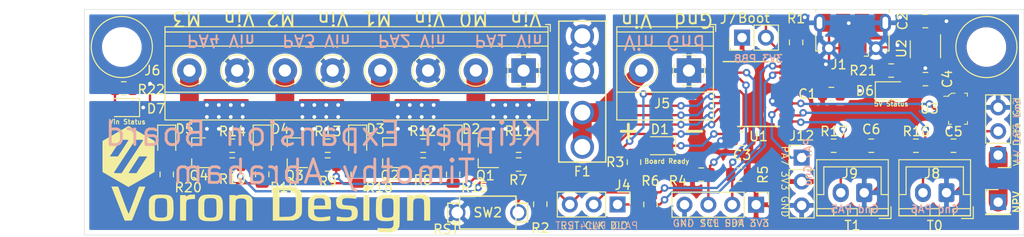
<source format=kicad_pcb>
(kicad_pcb (version 20171130) (host pcbnew "(5.1.5)-3")
  (title_block (rev B))
  (layers (0 F.Cu signal) (31 B.Cu signal) (34 B.Paste user) (35 F.Paste user) (36 B.SilkS user hide) (37 F.SilkS user) (38 B.Mask user) (39 F.Mask user hide) (44 Edge.Cuts user))
  (net 0 "")
  (net 1 +3V3)
  (net 2 GND)
  (net 3 "Net-(D1-Pad2)")
  (net 4 /SCL)
  (net 5 /SDA)
  (net 6 /D+)
  (net 7 /D-)
  (net 8 /~RESET)
  (net 9 /SWDCLK)
  (net 10 /SWDIO)
  (net 11 /BOOT0)
  (net 12 /Mosfet3)
  (net 13 /Mosfet2)
  (net 14 /Mosfet1)
  (net 15 /Mosfet0)
  (net 16 PWM0)
  (net 17 PWM1)
  (net 18 PWM2)
  (net 19 PWM3)
  (net 20 /LED)
  (net 21 /Vin)
  (net 22 "Net-(Q1-Pad1)")
  (net 23 "Net-(Q2-Pad1)")
  (net 24 "Net-(Q3-Pad1)")
  (net 25 "Net-(Q4-Pad1)")
  (net 26 "Net-(F1-Pad2)")
  (net 27 T0)
  (net 28 T1)
  (net 29 Neopixel)
  (net 30 GPIO)
  (net 31 VCC)
  (net 32 "Net-(J10-Pad1)")
  (net 33 "Net-(J11-Pad2)")
  (net 34 "Net-(D2-Pad2)")
  (net 35 "Net-(D3-Pad2)")
  (net 36 "Net-(D4-Pad2)")
  (net 37 "Net-(D5-Pad2)")
  (net 38 "Net-(D6-Pad2)")
  (net 39 "Net-(D7-Pad2)")
  (module digikey-footprints:SOT-753 (layer F.Cu) (at 192.978 86.564 270)
    (fp_text reference U3 (at 0 3.048 180) (layer F.SilkS))
    (fp_text value 74LVC1G17)
    (pad 1 smd rect (at -0.95 1.35 270) (size 0.6 1.05) (layers F.Cu F.Paste F.Mask))
    (pad 2 smd rect (at 0 1.35 270) (size 0.6 1.05) (layers F.Cu F.Paste F.Mask) (net 29 Neopixel))
    (pad 3 smd rect (at 0.95 1.35 270) (size 0.6 1.05) (layers F.Cu F.Paste F.Mask) (net 2 GND))
    (pad 4 smd rect (at 0.95 -1.35 270) (size 0.6 1.05) (layers F.Cu F.Paste F.Mask) (net 33 "Net-(J11-Pad2)"))
    (pad 5 smd rect (at -0.95 -1.35 270) (size 0.6 1.05) (layers F.Cu F.Paste F.Mask) (net 31 VCC))
  )
  (module Resistor_SMD:R_0805_2012Metric (layer F.Cu) (at 104.205 84.405)
    (fp_text reference R22 (at 2.921 0.127) (layer F.SilkS))
    (fp_text value 4.7K)
    (pad 2 smd roundrect (at 0.9375 0) (size 0.975 1.4) (layers F.Cu F.Paste F.Mask) (net 21 /Vin))
    (pad 1 smd roundrect (at -0.9375 0) (size 0.975 1.4) (layers F.Cu F.Paste F.Mask) (net 39 "Net-(D7-Pad2)"))
  )
  (module Resistor_SMD:R_0805_2012Metric (layer F.Cu) (at 185.866 82.5 180)
    (fp_text reference R21 (at 2.9995 0) (layer F.SilkS))
    (fp_text value 1K)
    (pad 2 smd roundrect (at 0.9375 0 180) (size 0.975 1.4) (layers F.Cu F.Paste F.Mask) (net 31 VCC))
    (pad 1 smd roundrect (at -0.9375 0 180) (size 0.975 1.4) (layers F.Cu F.Paste F.Mask) (net 38 "Net-(D6-Pad2)"))
  )
  (module Connector_PinHeader_2.54mm:PinHeader_1x03_P2.54mm_Vertical (layer F.Cu) (at 176.341 91.771)
    (fp_text reference J12 (at 0 -2.33) (layer F.SilkS))
    (fp_text value Conn_01x03)
    (pad 3 thru_hole oval (at 0 5.08) (size 1.7 1.7) (drill 1) (layers *.Cu *.Mask) (net 2 GND))
    (pad 2 thru_hole oval (at 0 2.54) (size 1.7 1.7) (drill 1) (layers *.Cu *.Mask) (net 1 +3V3))
    (pad 1 thru_hole rect (at 0 0) (size 1.7 1.7) (drill 1) (layers *.Cu *.Mask) (net 30 GPIO))
  )
  (module LED_SMD:LED_0805_2012Metric (layer F.Cu) (at 104.205 86.437 180)
    (fp_text reference D7 (at -3.429 -0.127) (layer F.SilkS))
    (fp_text value LED)
    (pad 2 smd roundrect (at 0.9375 0 180) (size 0.975 1.4) (layers F.Cu F.Paste F.Mask) (net 39 "Net-(D7-Pad2)"))
    (pad 1 smd roundrect (at -0.9375 0 180) (size 0.975 1.4) (layers F.Cu F.Paste F.Mask) (net 2 GND))
  )
  (module LED_SMD:LED_0805_2012Metric (layer F.Cu) (at 185.866 84.659)
    (fp_text reference D6 (at -2.794 0) (layer F.SilkS))
    (fp_text value LED)
    (pad 2 smd roundrect (at 0.9375 0) (size 0.975 1.4) (layers F.Cu F.Paste F.Mask) (net 38 "Net-(D6-Pad2)"))
    (pad 1 smd roundrect (at -0.9375 0) (size 0.975 1.4) (layers F.Cu F.Paste F.Mask) (net 2 GND))
  )
  (module Resistor_SMD:R_0805_2012Metric (layer F.Cu) (at 108.777 93.549 90)
    (fp_text reference R20 (at -1.397 2.286 180) (layer F.SilkS))
    (fp_text value 4.7K)
    (pad 1 smd roundrect (at -0.9375 0 90) (size 0.975 1.4) (layers F.Cu F.Paste F.Mask) (net 21 /Vin))
    (pad 2 smd roundrect (at 0.9375 0 90) (size 0.975 1.4) (layers F.Cu F.Paste F.Mask) (net 37 "Net-(D5-Pad2)"))
  )
  (module LED_SMD:LED_0805_2012Metric (layer F.Cu) (at 108.777 89.993 270)
    (fp_text reference D5 (at -1.27 -1.905 180) (layer F.SilkS))
    (fp_text value LED)
    (pad 1 smd roundrect (at -0.9375 0 270) (size 0.975 1.4) (layers F.Cu F.Paste F.Mask) (net 12 /Mosfet3))
    (pad 2 smd roundrect (at 0.9375 0 270) (size 0.975 1.4) (layers F.Cu F.Paste F.Mask) (net 37 "Net-(D5-Pad2)"))
  )
  (module Resistor_SMD:R_0805_2012Metric (layer F.Cu) (at 118.937 93.549 90)
    (fp_text reference R19 (at -1.397 2.286 180) (layer F.SilkS))
    (fp_text value 4.7K)
    (pad 1 smd roundrect (at -0.9375 0 90) (size 0.975 1.4) (layers F.Cu F.Paste F.Mask) (net 21 /Vin))
    (pad 2 smd roundrect (at 0.9375 0 90) (size 0.975 1.4) (layers F.Cu F.Paste F.Mask) (net 36 "Net-(D4-Pad2)"))
  )
  (module LED_SMD:LED_0805_2012Metric (layer F.Cu) (at 118.937 89.993 270)
    (fp_text reference D4 (at -1.27 -1.905 180) (layer F.SilkS))
    (fp_text value LED)
    (pad 1 smd roundrect (at -0.9375 0 270) (size 0.975 1.4) (layers F.Cu F.Paste F.Mask) (net 13 /Mosfet2))
    (pad 2 smd roundrect (at 0.9375 0 270) (size 0.975 1.4) (layers F.Cu F.Paste F.Mask) (net 36 "Net-(D4-Pad2)"))
  )
  (module Resistor_SMD:R_0805_2012Metric (layer F.Cu) (at 129.097 93.549 90)
    (fp_text reference R18 (at -1.397 2.286 180) (layer F.SilkS))
    (fp_text value 4.7K)
    (pad 1 smd roundrect (at -0.9375 0 90) (size 0.975 1.4) (layers F.Cu F.Paste F.Mask) (net 21 /Vin))
    (pad 2 smd roundrect (at 0.9375 0 90) (size 0.975 1.4) (layers F.Cu F.Paste F.Mask) (net 35 "Net-(D3-Pad2)"))
  )
  (module LED_SMD:LED_0805_2012Metric (layer F.Cu) (at 129.097 89.993 270)
    (fp_text reference D3 (at -1.27 -1.905 180) (layer F.SilkS))
    (fp_text value LED)
    (pad 1 smd roundrect (at -0.9375 0 270) (size 0.975 1.4) (layers F.Cu F.Paste F.Mask) (net 14 /Mosfet1))
    (pad 2 smd roundrect (at 0.9375 0 270) (size 0.975 1.4) (layers F.Cu F.Paste F.Mask) (net 35 "Net-(D3-Pad2)"))
  )
  (module Resistor_SMD:R_0805_2012Metric (layer F.Cu) (at 139.257 93.549 90)
    (fp_text reference R15 (at -1.397 2.286 180) (layer F.SilkS))
    (fp_text value 4.7K)
    (pad 2 smd roundrect (at 0.9375 0 90) (size 0.975 1.4) (layers F.Cu F.Paste F.Mask) (net 34 "Net-(D2-Pad2)"))
    (pad 1 smd roundrect (at -0.9375 0 90) (size 0.975 1.4) (layers F.Cu F.Paste F.Mask) (net 21 /Vin))
  )
  (module LED_SMD:LED_0805_2012Metric (layer F.Cu) (at 139.257 89.993 270)
    (fp_text reference D2 (at -1.27 -1.905 180) (layer F.SilkS))
    (fp_text value LED)
    (pad 2 smd roundrect (at 0.9375 0 270) (size 0.975 1.4) (layers F.Cu F.Paste F.Mask) (net 34 "Net-(D2-Pad2)"))
    (pad 1 smd roundrect (at -0.9375 0 270) (size 0.975 1.4) (layers F.Cu F.Paste F.Mask) (net 15 /Mosfet0))
  )
  (module Connector_PinHeader_2.54mm:PinHeader_1x02_P2.54mm_Vertical (layer F.Cu) (at 170 79 90)
    (fp_text reference J7 (at 2 -1.5 180) (layer F.SilkS))
    (fp_text value Conn_01x02)
    (pad 2 thru_hole oval (at 0 2.54 90) (size 1.7 1.7) (drill 1) (layers *.Cu *.Mask) (net 11 /BOOT0))
    (pad 1 thru_hole rect (at 0 0 90) (size 1.7 1.7) (drill 1) (layers *.Cu *.Mask) (net 1 +3V3))
  )
  (module TRA_KiCad_Footprints:Molex-105017-0001-USBMicroB (layer F.Cu) (at 181.742 78.659 180)
    (fp_text reference J1 (at 1.464 -3.206 180) (layer F.SilkS))
    (fp_text value USB_B_Micro)
    (pad 6 smd rect (at -2.9 1.2375 180) (size 1.2 1.9) (layers F.Cu F.Mask) (net 2 GND))
    (pad 6 smd rect (at 2.9 1.2375 180) (size 1.2 1.9) (layers F.Cu F.Mask) (net 2 GND))
    (pad 6 thru_hole oval (at 3.5 1.2375 180) (size 1.2 1.9) (drill oval 0.6 1.3) (layers *.Cu *.Mask) (net 2 GND))
    (pad 6 thru_hole oval (at -3.5 1.2375) (size 1.2 1.9) (drill oval 0.6 1.3) (layers *.Cu *.Mask) (net 2 GND))
    (pad 6 smd rect (at -1 1.2375 180) (size 1.5 1.9) (layers F.Cu F.Paste F.Mask) (net 2 GND))
    (pad 6 thru_hole circle (at 2.5 -1.4625 180) (size 1.45 1.45) (drill 0.85) (layers *.Cu *.Mask) (net 2 GND))
    (pad 3 smd rect (at 0 -1.4625 180) (size 0.4 1.35) (layers F.Cu F.Paste F.Mask) (net 6 /D+))
    (pad 4 smd rect (at 0.65 -1.4625 180) (size 0.4 1.35) (layers F.Cu F.Paste F.Mask) (net 2 GND))
    (pad 5 smd rect (at 1.3 -1.4625 180) (size 0.4 1.35) (layers F.Cu F.Paste F.Mask) (net 2 GND))
    (pad 1 smd rect (at -1.3 -1.4625 180) (size 0.4 1.35) (layers F.Cu F.Paste F.Mask) (net 31 VCC))
    (pad 2 smd rect (at -0.65 -1.4625 180) (size 0.4 1.35) (layers F.Cu F.Paste F.Mask) (net 7 /D-))
    (pad 6 thru_hole circle (at -2.5 -1.4625 180) (size 1.45 1.45) (drill 0.85) (layers *.Cu *.Mask) (net 2 GND))
    (pad 6 smd rect (at 1 1.2375 180) (size 1.5 1.9) (layers F.Cu F.Paste F.Mask) (net 2 GND))
  )
  (module TRA_KiCad_Footprints:VoronLogo_6pt5mm_silkScreen (layer F.Cu) (at 104.713 91.644)
    (fp_text reference G*** hide)
    (fp_text value LOGO hide)
  )
  (module TRA_KiCad_Footprints:VoronDesign_Text_35x20 (layer F.Cu) (at 119.953 96.597)
    (fp_text reference G*** hide)
    (fp_text value LOGO hide)
  )
  (module Connector_PinHeader_2.54mm:PinHeader_1x01_P2.54mm_Vertical (layer F.Cu) (at 197.25 96.5)
    (fp_text reference J10 hide)
    (fp_text value Conn_01x01)
    (pad 1 thru_hole rect (at 0 0) (size 1.7 1.7) (drill 1) (layers *.Cu *.Mask) (net 32 "Net-(J10-Pad1)"))
  )
  (module Resistor_SMD:R_0805_2012Metric (layer F.Cu) (at 179.75 90.5 180)
    (fp_text reference R17 (at -0.02 1.523) (layer F.SilkS))
    (fp_text value 4.7K)
    (pad 2 smd roundrect (at 0.9375 0 180) (size 0.975 1.4) (layers F.Cu F.Paste F.Mask) (net 1 +3V3))
    (pad 1 smd roundrect (at -0.9375 0 180) (size 0.975 1.4) (layers F.Cu F.Paste F.Mask) (net 28 T1))
  )
  (module Capacitor_SMD:C_0805_2012Metric (layer F.Cu) (at 183.75 90.5 180)
    (fp_text reference C6 (at 0 1.75) (layer F.SilkS))
    (fp_text value 10uF)
    (pad 2 smd roundrect (at 0.9375 0 180) (size 0.975 1.4) (layers F.Cu F.Paste F.Mask) (net 28 T1))
    (pad 1 smd roundrect (at -0.9375 0 180) (size 0.975 1.4) (layers F.Cu F.Paste F.Mask) (net 2 GND))
  )
  (module Connector_JST:JST_XH_B02B-XH-A_1x02_P2.50mm_Vertical (layer F.Cu) (at 183 95.5 180)
    (fp_text reference J9 (at 1.524 2.032) (layer F.SilkS))
    (fp_text value Conn_01x02)
    (pad 2 thru_hole oval (at 2.5 0 180) (size 1.7 2) (drill 1) (layers *.Cu *.Mask) (net 28 T1))
    (pad 1 thru_hole roundrect (at 0 0 180) (size 1.7 2) (drill 1) (layers *.Cu *.Mask) (roundrect_rratio 0.147059) (net 2 GND))
  )
  (module Resistor_SMD:R_0805_2012Metric (layer F.Cu) (at 146.226 90.5 180)
    (fp_text reference R11 (at 0.044 1.554) (layer F.SilkS))
    (fp_text value 10K)
    (pad 1 smd roundrect (at -0.9375 0 180) (size 0.975 1.4) (layers F.Cu F.Paste F.Mask) (net 16 PWM0))
    (pad 2 smd roundrect (at 0.9375 0 180) (size 0.975 1.4) (layers F.Cu F.Paste F.Mask) (net 2 GND))
  )
  (module Resistor_SMD:R_0805_2012Metric (layer F.Cu) (at 146.226 92.5 180)
    (fp_text reference R7 (at 0.044 -1.653) (layer F.SilkS))
    (fp_text value 100)
    (pad 1 smd roundrect (at -0.9375 0 180) (size 0.975 1.4) (layers F.Cu F.Paste F.Mask) (net 16 PWM0))
    (pad 2 smd roundrect (at 0.9375 0 180) (size 0.975 1.4) (layers F.Cu F.Paste F.Mask) (net 22 "Net-(Q1-Pad1)"))
  )
  (module Resistor_SMD:R_0805_2012Metric (layer F.Cu) (at 136.066 90.5 180)
    (fp_text reference R12 (at 0.044 1.554) (layer F.SilkS))
    (fp_text value 10K)
    (pad 1 smd roundrect (at -0.9375 0 180) (size 0.975 1.4) (layers F.Cu F.Paste F.Mask) (net 17 PWM1))
    (pad 2 smd roundrect (at 0.9375 0 180) (size 0.975 1.4) (layers F.Cu F.Paste F.Mask) (net 2 GND))
  )
  (module Resistor_SMD:R_0805_2012Metric (layer F.Cu) (at 136.066 92.5 180)
    (fp_text reference R8 (at 0.044 -1.653) (layer F.SilkS))
    (fp_text value 100)
    (pad 1 smd roundrect (at -0.9375 0 180) (size 0.975 1.4) (layers F.Cu F.Paste F.Mask) (net 17 PWM1))
    (pad 2 smd roundrect (at 0.9375 0 180) (size 0.975 1.4) (layers F.Cu F.Paste F.Mask) (net 23 "Net-(Q2-Pad1)"))
  )
  (module Resistor_SMD:R_0805_2012Metric (layer F.Cu) (at 125.906 90.5 180)
    (fp_text reference R13 (at -0.016 1.523) (layer F.SilkS))
    (fp_text value 10K)
    (pad 1 smd roundrect (at -0.9375 0 180) (size 0.975 1.4) (layers F.Cu F.Paste F.Mask) (net 18 PWM2))
    (pad 2 smd roundrect (at 0.9375 0 180) (size 0.975 1.4) (layers F.Cu F.Paste F.Mask) (net 2 GND))
  )
  (module Resistor_SMD:R_0805_2012Metric (layer F.Cu) (at 125.906 92.5 180)
    (fp_text reference R9 (at -0.016 -1.811) (layer F.SilkS))
    (fp_text value 100)
    (pad 1 smd roundrect (at -0.9375 0 180) (size 0.975 1.4) (layers F.Cu F.Paste F.Mask) (net 18 PWM2))
    (pad 2 smd roundrect (at 0.9375 0 180) (size 0.975 1.4) (layers F.Cu F.Paste F.Mask) (net 24 "Net-(Q3-Pad1)"))
  )
  (module Resistor_SMD:R_0805_2012Metric (layer F.Cu) (at 148.528 96.724 90)
    (fp_text reference R2 (at -2.54 0 180) (layer F.SilkS))
    (fp_text value 10K)
    (pad 2 smd roundrect (at 0.9375 0 90) (size 0.975 1.4) (layers F.Cu F.Paste F.Mask) (net 8 /~RESET))
    (pad 1 smd roundrect (at -0.9375 0 90) (size 0.975 1.4) (layers F.Cu F.Paste F.Mask) (net 1 +3V3))
  )
  (module MountingHole:MountingHole_3.2mm_M3 (layer F.Cu) (at 196 80)
    (fp_text reference H1 (at 0 0) (layer F.SilkS))
    (fp_text value MountingHole)
    (pad 1 np_thru_hole circle (at 0 0) (size 3.2 3.2) (drill 3.2) (layers *.Cu *.Mask))
  )
  (module MountingHole:MountingHole_3.2mm_M3 (layer F.Cu) (at 104 80)
    (fp_text reference H2 (at 0 0) (layer F.SilkS))
    (fp_text value MountingHole)
    (pad 1 np_thru_hole circle (at 0 0) (size 3.2 3.2) (drill 3.2) (layers *.Cu *.Mask))
  )
  (module Capacitor_SMD:C_0805_2012Metric (layer F.Cu) (at 170 89.75)
    (fp_text reference C3 (at 0 1.75) (layer F.SilkS))
    (fp_text value 0.1uF)
    (pad 2 smd roundrect (at 0.9375 0) (size 0.975 1.4) (layers F.Cu F.Paste F.Mask) (net 1 +3V3))
    (pad 1 smd roundrect (at -0.9375 0) (size 0.975 1.4) (layers F.Cu F.Paste F.Mask) (net 2 GND))
  )
  (module Capacitor_SMD:C_0805_2012Metric (layer F.Cu) (at 189.509 83.414)
    (fp_text reference C4 (at 2.326 -0.025 -90) (layer F.SilkS))
    (fp_text value 4.7uF)
    (pad 2 smd roundrect (at 0.9375 0) (size 0.975 1.4) (layers F.Cu F.Paste F.Mask) (net 1 +3V3))
    (pad 1 smd roundrect (at -0.9375 0) (size 0.975 1.4) (layers F.Cu F.Paste F.Mask) (net 2 GND))
  )
  (module TRA_KiCad_Footprints:3544-2_FuseHolder (layer F.Cu) (at 153 84.74 270)
    (fp_text reference F1 (at 8.51 0 180) (layer F.SilkS))
    (fp_text value Fuse)
    (pad 1 thru_hole circle (at -5.895 0 270) (size 2.5 2.5) (drill 1.7) (layers *.Cu *.Mask) (net 21 /Vin))
    (pad 1 thru_hole circle (at -2.235 0 270) (size 2.5 2.5) (drill 1.7) (layers *.Cu *.Mask) (net 21 /Vin))
    (pad 2 thru_hole circle (at 2.235 0 270) (size 2.5 2.5) (drill 1.7) (layers *.Cu *.Mask) (net 26 "Net-(F1-Pad2)"))
    (pad 2 thru_hole circle (at 5.895 0 270) (size 2.5 2.5) (drill 1.7) (layers *.Cu *.Mask) (net 26 "Net-(F1-Pad2)"))
  )
  (module Resistor_SMD:R_0805_2012Metric (layer F.Cu) (at 115.746 92.5 180)
    (fp_text reference R10 (at -0.016 -1.557) (layer F.SilkS))
    (fp_text value 100)
    (pad 2 smd roundrect (at 0.9375 0 180) (size 0.975 1.4) (layers F.Cu F.Paste F.Mask) (net 25 "Net-(Q4-Pad1)"))
    (pad 1 smd roundrect (at -0.9375 0 180) (size 0.975 1.4) (layers F.Cu F.Paste F.Mask) (net 19 PWM3))
  )
  (module TRA_KiCad_Footprints:1x02_ScrewTerminal_Phoenix (layer F.Cu) (at 164.35 82.5 180)
    (fp_text reference J5 (at 2.85 -3.51) (layer F.SilkS))
    (fp_text value Vin)
    (pad 1 thru_hole rect (at 0 0 180) (size 2.6 2.6) (drill 1.3) (layers *.Cu *.Mask) (net 2 GND))
    (pad 2 thru_hole circle (at 5.08 0 180) (size 2.6 2.6) (drill 1.3) (layers *.Cu *.Mask) (net 26 "Net-(F1-Pad2)"))
  )
  (module LED_SMD:LED_0805_2012Metric (layer F.Cu) (at 161.25 90.5 180)
    (fp_text reference D1 (at 0 1.75) (layer F.SilkS))
    (fp_text value LED)
    (pad 1 smd roundrect (at -0.9375 0 180) (size 0.975 1.4) (layers F.Cu F.Paste F.Mask) (net 20 /LED))
    (pad 2 smd roundrect (at 0.9375 0 180) (size 0.975 1.4) (layers F.Cu F.Paste F.Mask) (net 3 "Net-(D1-Pad2)"))
  )
  (module Resistor_SMD:R_0805_2012Metric (layer F.Cu) (at 175.75 79.5 270)
    (fp_text reference R1 (at -2.54 0 180) (layer F.SilkS))
    (fp_text value 10K)
    (pad 1 smd roundrect (at -0.9375 0 270) (size 0.975 1.4) (layers F.Cu F.Paste F.Mask) (net 2 GND))
    (pad 2 smd roundrect (at 0.9375 0 270) (size 0.975 1.4) (layers F.Cu F.Paste F.Mask) (net 11 /BOOT0))
  )
  (module Resistor_SMD:R_0805_2012Metric (layer F.Cu) (at 160.25 96.75 270)
    (fp_text reference R6 (at -2.5 0 180) (layer F.SilkS))
    (fp_text value 10K)
    (pad 2 smd roundrect (at 0.9375 0 270) (size 0.975 1.4) (layers F.Cu F.Paste F.Mask) (net 1 +3V3))
    (pad 1 smd roundrect (at -0.9375 0 270) (size 0.975 1.4) (layers F.Cu F.Paste F.Mask) (net 9 /SWDCLK))
  )
  (module Connector_JST:JST_XH_B02B-XH-A_1x02_P2.50mm_Vertical (layer F.Cu) (at 191.75 95.5 180)
    (fp_text reference J8 (at 1.524 2.032) (layer F.SilkS))
    (fp_text value Conn_01x02)
    (pad 1 thru_hole roundrect (at 0 0 180) (size 1.7 2) (drill 1) (layers *.Cu *.Mask) (roundrect_rratio 0.147059) (net 2 GND))
    (pad 2 thru_hole oval (at 2.5 0 180) (size 1.7 2) (drill 1) (layers *.Cu *.Mask) (net 27 T0))
  )
  (module Package_TO_SOT_SMD:SOT-23 (layer F.Cu) (at 122.356 91.25 180)
    (fp_text reference Q3 (at -0.01 -2.426) (layer F.SilkS))
    (fp_text value IRLML6344TRPBF)
    (pad 3 smd rect (at 1 0 180) (size 0.9 0.8) (layers F.Cu F.Paste F.Mask) (net 13 /Mosfet2))
    (pad 2 smd rect (at -1 0.95 180) (size 0.9 0.8) (layers F.Cu F.Paste F.Mask) (net 2 GND))
    (pad 1 smd rect (at -1 -0.95 180) (size 0.9 0.8) (layers F.Cu F.Paste F.Mask) (net 24 "Net-(Q3-Pad1)"))
  )
  (module Package_TO_SOT_SMD:SOT-23 (layer F.Cu) (at 132.516 91.25 180)
    (fp_text reference Q2 (at -0.01 -2.426) (layer F.SilkS))
    (fp_text value IRLML6344TRPBF)
    (pad 3 smd rect (at 1 0 180) (size 0.9 0.8) (layers F.Cu F.Paste F.Mask) (net 14 /Mosfet1))
    (pad 2 smd rect (at -1 0.95 180) (size 0.9 0.8) (layers F.Cu F.Paste F.Mask) (net 2 GND))
    (pad 1 smd rect (at -1 -0.95 180) (size 0.9 0.8) (layers F.Cu F.Paste F.Mask) (net 23 "Net-(Q2-Pad1)"))
  )
  (module Resistor_SMD:R_0805_2012Metric (layer F.Cu) (at 165.66 93.576 180)
    (fp_text reference R4 (at 2.5 -0.674) (layer F.SilkS))
    (fp_text value 4.7K)
    (pad 1 smd roundrect (at -0.9375 0 180) (size 0.975 1.4) (layers F.Cu F.Paste F.Mask) (net 4 /SCL))
    (pad 2 smd roundrect (at 0.9375 0 180) (size 0.975 1.4) (layers F.Cu F.Paste F.Mask) (net 1 +3V3))
  )
  (module Package_SO:TSSOP-20_4.4x6.5mm_P0.65mm (layer F.Cu) (at 171.75 85)
    (fp_text reference U1 (at 0 4.5) (layer F.SilkS))
    (fp_text value STM32F042F6Px)
    (pad 1 smd rect (at -2.95 -2.925) (size 1.45 0.45) (layers F.Cu F.Paste F.Mask) (net 11 /BOOT0))
    (pad 2 smd rect (at -2.95 -2.275) (size 1.45 0.45) (layers F.Cu F.Paste F.Mask) (net 5 /SDA))
    (pad 3 smd rect (at -2.95 -1.625) (size 1.45 0.45) (layers F.Cu F.Paste F.Mask) (net 4 /SCL))
    (pad 4 smd rect (at -2.95 -0.975) (size 1.45 0.45) (layers F.Cu F.Paste F.Mask) (net 8 /~RESET))
    (pad 5 smd rect (at -2.95 -0.325) (size 1.45 0.45) (layers F.Cu F.Paste F.Mask) (net 1 +3V3))
    (pad 6 smd rect (at -2.95 0.325) (size 1.45 0.45) (layers F.Cu F.Paste F.Mask) (net 16 PWM0))
    (pad 7 smd rect (at -2.95 0.975) (size 1.45 0.45) (layers F.Cu F.Paste F.Mask) (net 17 PWM1))
    (pad 8 smd rect (at -2.95 1.625) (size 1.45 0.45) (layers F.Cu F.Paste F.Mask) (net 18 PWM2))
    (pad 9 smd rect (at -2.95 2.275) (size 1.45 0.45) (layers F.Cu F.Paste F.Mask) (net 19 PWM3))
    (pad 10 smd rect (at -2.95 2.925) (size 1.45 0.45) (layers F.Cu F.Paste F.Mask) (net 20 /LED))
    (pad 11 smd rect (at 2.95 2.925) (size 1.45 0.45) (layers F.Cu F.Paste F.Mask) (net 28 T1))
    (pad 12 smd rect (at 2.95 2.275) (size 1.45 0.45) (layers F.Cu F.Paste F.Mask) (net 27 T0))
    (pad 13 smd rect (at 2.95 1.625) (size 1.45 0.45) (layers F.Cu F.Paste F.Mask) (net 30 GPIO))
    (pad 14 smd rect (at 2.95 0.975) (size 1.45 0.45) (layers F.Cu F.Paste F.Mask) (net 29 Neopixel))
    (pad 15 smd rect (at 2.95 0.325) (size 1.45 0.45) (layers F.Cu F.Paste F.Mask) (net 2 GND))
    (pad 16 smd rect (at 2.95 -0.325) (size 1.45 0.45) (layers F.Cu F.Paste F.Mask) (net 1 +3V3))
    (pad 17 smd rect (at 2.95 -0.975) (size 1.45 0.45) (layers F.Cu F.Paste F.Mask) (net 7 /D-))
    (pad 18 smd rect (at 2.95 -1.625) (size 1.45 0.45) (layers F.Cu F.Paste F.Mask) (net 6 /D+))
    (pad 19 smd rect (at 2.95 -2.275) (size 1.45 0.45) (layers F.Cu F.Paste F.Mask) (net 10 /SWDIO))
    (pad 20 smd rect (at 2.95 -2.925) (size 1.45 0.45) (layers F.Cu F.Paste F.Mask) (net 9 /SWDCLK))
  )
  (module Package_TO_SOT_SMD:SOT-23 (layer F.Cu) (at 142.676 91.25 180)
    (fp_text reference Q1 (at -0.01 -2.426) (layer F.SilkS))
    (fp_text value IRLML6344TRPBF)
    (pad 1 smd rect (at -1 -0.95 180) (size 0.9 0.8) (layers F.Cu F.Paste F.Mask) (net 22 "Net-(Q1-Pad1)"))
    (pad 2 smd rect (at -1 0.95 180) (size 0.9 0.8) (layers F.Cu F.Paste F.Mask) (net 2 GND))
    (pad 3 smd rect (at 1 0 180) (size 0.9 0.8) (layers F.Cu F.Paste F.Mask) (net 15 /Mosfet0))
  )
  (module Resistor_SMD:R_0805_2012Metric (layer F.Cu) (at 158.5 92.25 270)
    (fp_text reference R3 (at 0 2 180) (layer F.SilkS))
    (fp_text value 1K)
    (pad 1 smd roundrect (at -0.9375 0 270) (size 0.975 1.4) (layers F.Cu F.Paste F.Mask) (net 3 "Net-(D1-Pad2)"))
    (pad 2 smd roundrect (at 0.9375 0 270) (size 0.975 1.4) (layers F.Cu F.Paste F.Mask) (net 1 +3V3))
  )
  (module Capacitor_SMD:C_0805_2012Metric (layer F.Cu) (at 179.5 85 180)
    (fp_text reference C1 (at 2.54 0) (layer F.SilkS))
    (fp_text value 0.1uF)
    (pad 1 smd roundrect (at -0.9375 0 180) (size 0.975 1.4) (layers F.Cu F.Paste F.Mask) (net 2 GND))
    (pad 2 smd roundrect (at 0.9375 0 180) (size 0.975 1.4) (layers F.Cu F.Paste F.Mask) (net 1 +3V3))
  )
  (module Package_TO_SOT_SMD:SOT-23-5 (layer F.Cu) (at 189.509 80.239 270)
    (fp_text reference U2 (at -0.078 2.548 270) (layer F.SilkS))
    (fp_text value AP2127K-3.3)
    (pad 5 smd rect (at 1.1 -0.95 270) (size 1.06 0.65) (layers F.Cu F.Paste F.Mask) (net 1 +3V3))
    (pad 4 smd rect (at 1.1 0.95 270) (size 1.06 0.65) (layers F.Cu F.Paste F.Mask))
    (pad 3 smd rect (at -1.1 0.95 270) (size 1.06 0.65) (layers F.Cu F.Paste F.Mask) (net 31 VCC))
    (pad 2 smd rect (at -1.1 0 270) (size 1.06 0.65) (layers F.Cu F.Paste F.Mask) (net 2 GND))
    (pad 1 smd rect (at -1.1 -0.95 270) (size 1.06 0.65) (layers F.Cu F.Paste F.Mask) (net 31 VCC))
  )
  (module Capacitor_SMD:C_0805_2012Metric (layer F.Cu) (at 192.5 90.5 180)
    (fp_text reference C5 (at 0 1.5) (layer F.SilkS))
    (fp_text value 10uF)
    (pad 1 smd roundrect (at -0.9375 0 180) (size 0.975 1.4) (layers F.Cu F.Paste F.Mask) (net 2 GND))
    (pad 2 smd roundrect (at 0.9375 0 180) (size 0.975 1.4) (layers F.Cu F.Paste F.Mask) (net 27 T0))
  )
  (module Connector_PinHeader_2.54mm:PinHeader_1x03_P2.54mm_Vertical (layer F.Cu) (at 197.25 91.5 180)
    (fp_text reference J11 hide)
    (fp_text value Conn_01x03)
    (pad 1 thru_hole rect (at 0 0 180) (size 1.7 1.7) (drill 1) (layers *.Cu *.Mask) (net 32 "Net-(J10-Pad1)"))
    (pad 2 thru_hole oval (at 0 2.54 180) (size 1.7 1.7) (drill 1) (layers *.Cu *.Mask) (net 33 "Net-(J11-Pad2)"))
    (pad 3 thru_hole oval (at 0 5.08 180) (size 1.7 1.7) (drill 1) (layers *.Cu *.Mask) (net 2 GND))
  )
  (module Resistor_SMD:R_0805_2012Metric (layer F.Cu) (at 188.5 90.5 180)
    (fp_text reference R16 (at -0.033 1.523) (layer F.SilkS))
    (fp_text value 4.7K)
    (pad 1 smd roundrect (at -0.9375 0 180) (size 0.975 1.4) (layers F.Cu F.Paste F.Mask) (net 27 T0))
    (pad 2 smd roundrect (at 0.9375 0 180) (size 0.975 1.4) (layers F.Cu F.Paste F.Mask) (net 1 +3V3))
  )
  (module Package_TO_SOT_SMD:SOT-23 (layer F.Cu) (at 112.196 91.25 180)
    (fp_text reference Q4 (at -0.01 -2.426) (layer F.SilkS))
    (fp_text value IRLML6344TRPBF)
    (pad 3 smd rect (at 1 0 180) (size 0.9 0.8) (layers F.Cu F.Paste F.Mask) (net 12 /Mosfet3))
    (pad 2 smd rect (at -1 0.95 180) (size 0.9 0.8) (layers F.Cu F.Paste F.Mask) (net 2 GND))
    (pad 1 smd rect (at -1 -0.95 180) (size 0.9 0.8) (layers F.Cu F.Paste F.Mask) (net 25 "Net-(Q4-Pad1)"))
  )
  (module Resistor_SMD:R_0805_2012Metric (layer F.Cu) (at 169.724 93.576)
    (fp_text reference R5 (at 2.5 0 270) (layer F.SilkS))
    (fp_text value 4.7K)
    (pad 1 smd roundrect (at -0.9375 0) (size 0.975 1.4) (layers F.Cu F.Paste F.Mask) (net 5 /SDA))
    (pad 2 smd roundrect (at 0.9375 0) (size 0.975 1.4) (layers F.Cu F.Paste F.Mask) (net 1 +3V3))
  )
  (module Capacitor_SMD:C_0805_2012Metric (layer F.Cu) (at 189.501 77.24 180)
    (fp_text reference C2 (at 2.413 0 270) (layer F.SilkS))
    (fp_text value 4.7uF)
    (pad 2 smd roundrect (at 0.9375 0 180) (size 0.975 1.4) (layers F.Cu F.Paste F.Mask) (net 31 VCC))
    (pad 1 smd roundrect (at -0.9375 0 180) (size 0.975 1.4) (layers F.Cu F.Paste F.Mask) (net 2 GND))
  )
  (module Connector_PinHeader_2.54mm:PinHeader_1x04_P2.54mm_Vertical (layer F.Cu) (at 171.494 96.778 270)
    (fp_text reference J2 hide)
    (fp_text value Conn_01x04)
    (pad 4 thru_hole oval (at 0 7.62 270) (size 1.7 1.7) (drill 1) (layers *.Cu *.Mask) (net 2 GND))
    (pad 3 thru_hole oval (at 0 5.08 270) (size 1.7 1.7) (drill 1) (layers *.Cu *.Mask) (net 4 /SCL))
    (pad 2 thru_hole oval (at 0 2.54 270) (size 1.7 1.7) (drill 1) (layers *.Cu *.Mask) (net 5 /SDA))
    (pad 1 thru_hole rect (at 0 0 270) (size 1.7 1.7) (drill 1) (layers *.Cu *.Mask) (net 1 +3V3))
  )
  (module Connector_PinHeader_2.54mm:PinHeader_1x03_P2.54mm_Vertical (layer F.Cu) (at 156.75 96.75 270)
    (fp_text reference J4 (at -2.058 -0.541 180) (layer F.SilkS))
    (fp_text value Conn_01x03)
    (pad 3 thru_hole oval (at 0 5.08 270) (size 1.7 1.7) (drill 1) (layers *.Cu *.Mask) (net 8 /~RESET))
    (pad 2 thru_hole oval (at 0 2.54 270) (size 1.7 1.7) (drill 1) (layers *.Cu *.Mask) (net 9 /SWDCLK))
    (pad 1 thru_hole rect (at 0 0 270) (size 1.7 1.7) (drill 1) (layers *.Cu *.Mask) (net 10 /SWDIO))
  )
  (module TRA_KiCad_Footprints:2PinTactileButton (layer F.Cu) (at 142.94 97.613 180)
    (fp_text reference SW2 (at 0 0 180) (layer F.SilkS))
    (fp_text value SW_SPST)
    (pad 2 thru_hole circle (at -3.25 0 180) (size 1.75 1.75) (drill 1.25) (layers *.Cu *.Mask) (net 8 /~RESET))
    (pad 1 thru_hole circle (at 3.25 0 180) (size 1.75 1.75) (drill 1.25) (layers *.Cu *.Mask) (net 2 GND))
  )
  (module TRA_KiCad_Footprints:TerminalBlock_Phoenix_MKDS-1,5-8-5.08_1x08_P5.08mm_Horizontal (layer F.Cu) (at 146.75 82.5 180)
    (fp_text reference J6 (at 39.5 0 180) (layer F.SilkS))
    (fp_text value Screw_Terminal_01x08)
    (pad 8 thru_hole circle (at 35.56 0 180) (size 2.6 2.6) (drill 1.3) (layers *.Cu *.Mask) (net 12 /Mosfet3))
    (pad 7 thru_hole circle (at 30.48 0 180) (size 2.6 2.6) (drill 1.3) (layers *.Cu *.Mask) (net 21 /Vin))
    (pad 6 thru_hole circle (at 25.4 0 180) (size 2.6 2.6) (drill 1.3) (layers *.Cu *.Mask) (net 13 /Mosfet2))
    (pad 5 thru_hole circle (at 20.32 0 180) (size 2.6 2.6) (drill 1.3) (layers *.Cu *.Mask) (net 21 /Vin))
    (pad 4 thru_hole circle (at 15.24 0 180) (size 2.6 2.6) (drill 1.3) (layers *.Cu *.Mask) (net 14 /Mosfet1))
    (pad 3 thru_hole circle (at 10.16 0 180) (size 2.6 2.6) (drill 1.3) (layers *.Cu *.Mask) (net 21 /Vin))
    (pad 2 thru_hole circle (at 5.08 0 180) (size 2.6 2.6) (drill 1.3) (layers *.Cu *.Mask) (net 15 /Mosfet0))
    (pad 1 thru_hole rect (at 0 0 180) (size 2.6 2.6) (drill 1.3) (layers *.Cu *.Mask) (net 21 /Vin))
  )
  (module Resistor_SMD:R_0805_2012Metric (layer F.Cu) (at 115.746 90.5 180)
    (fp_text reference R14 (at -0.016 1.523) (layer F.SilkS))
    (fp_text value 10K)
    (pad 2 smd roundrect (at 0.9375 0 180) (size 0.975 1.4) (layers F.Cu F.Paste F.Mask) (net 2 GND))
    (pad 1 smd roundrect (at -0.9375 0 180) (size 0.975 1.4) (layers F.Cu F.Paste F.Mask) (net 19 PWM3))
  )
  (gr_text "Board Ready" (at 161.99 92.152) (layer F.SilkS) (effects (font (size 0.5 0.5) (thickness 0.1))))
  (gr_text "Vin Status" (at 104.586 87.961) (layer F.SilkS) (effects (font (size 0.5 0.5) (thickness 0.1))))
  (gr_text "5V Status" (at 185.866 86.056) (layer F.SilkS) (effects (font (size 0.5 0.5) (thickness 0.1))))
  (gr_text "+   -" (at 161.422 88.819) (layer F.SilkS) (effects (font (size 2 2) (thickness 0.3))))
  (gr_text "Klipper Expansion Board\nTimothy Abraham" (at 125.5 91.25) (layer B.SilkS) (effects (font (size 2.5 2.5) (thickness 0.3)) (justify mirror)))
  (gr_text "PA7 3V3 GND" (at 174.563 94.311 270) (layer F.SilkS) (effects (font (size 0.75 0.75) (thickness 0.1))))
  (gr_circle (center 104 80) (end 107.25 80) (layer F.SilkS) (width 0.12))
  (gr_circle (center 196 80) (end 199.25 80) (layer F.SilkS) (width 0.12))
  (gr_text T1 (at 181.75 99) (layer F.SilkS) (effects (font (size 1 1))))
  (gr_line (start 100 76) (end 100 100) (layer Edge.Cuts) (width 0.05))
  (gr_line (start 200 76) (end 100 76) (layer Edge.Cuts) (width 0.05))
  (gr_line (start 200 100) (end 200 76) (layer Edge.Cuts) (width 0.05))
  (gr_line (start 100 100) (end 200 100) (layer Edge.Cuts) (width 0.05))
  (gr_text "PA1 Vin" (at 145.158 79.312 180) (layer B.SilkS) (effects (font (size 1.25 1.25) (thickness 0.2)) (justify mirror)))
  (gr_text "PA7 Gnd" (at 177 92.25 90) (layer B.SilkS) (effects (font (size 0.8 0.8)) (justify mirror)))
  (gr_text "Gnd PA5\n" (at 182 97.25) (layer B.SilkS) (effects (font (size 0.8 0.8)) (justify mirror)))
  (gr_text "PA3 Vin" (at 124.711 79.312 180) (layer B.SilkS) (effects (font (size 1.25 1.25) (thickness 0.2)) (justify mirror)))
  (gr_text "Vin Gnd\n" (at 161.75 79.5 180) (layer B.SilkS) (effects (font (size 1.5 1.5) (thickness 0.2)) (justify mirror)))
  (gr_text "Gnd PA6\n" (at 190.5 97.25) (layer B.SilkS) (effects (font (size 0.8 0.8)) (justify mirror)))
  (gr_text "3V3 PB8" (at 171.75 81.25) (layer B.SilkS) (effects (font (size 0.8 0.8)) (justify mirror)))
  (gr_text "PA2 Vin" (at 134.871 79.312 180) (layer B.SilkS) (effects (font (size 1.25 1.25) (thickness 0.2)) (justify mirror)))
  (gr_text "PA13 PA14 RST " (at 154.25 99) (layer B.SilkS) (effects (font (size 0.75 0.75) (thickness 0.1)) (justify mirror)))
  (gr_text "NPV\n" (at 199.25 96.5 90) (layer F.SilkS) (effects (font (size 0.8 0.8))))
  (gr_text "V+ Data Gnd" (at 199.25 89 90) (layer F.SilkS) (effects (font (size 0.75 0.75) (thickness 0.1))))
  (gr_text "PA4 Vin" (at 114.551 79.312 180) (layer B.SilkS) (effects (font (size 1.25 1.25) (thickness 0.2)) (justify mirror)))
  (gr_text RST (at 138.495 99.391) (layer F.SilkS) (effects (font (size 1 1))))
  (gr_text "RST CLK DIO" (at 154.25 99) (layer F.SilkS) (effects (font (size 0.75 0.75) (thickness 0.1))))
  (gr_text "Gnd PB1 V+\n" (at 199.25 89 90) (layer B.SilkS) (effects (font (size 0.75 0.75) (thickness 0.1)) (justify mirror)))
  (gr_text "3V3 PF0 PF1 GND" (at 167.75 98.75) (layer B.SilkS) (effects (font (size 0.75 0.75) (thickness 0.1)) (justify mirror)))
  (gr_text "GND SCL SDA 3V3" (at 167.75 98.75) (layer F.SilkS) (effects (font (size 0.75 0.75) (thickness 0.1))))
  (gr_text "Vin  M0" (at 144.25 77 180) (layer F.SilkS) (effects (font (size 1.5 1.5) (thickness 0.2))))
  (gr_text "Vin  M2" (at 123.75 77 180) (layer F.SilkS) (effects (font (size 1.5 1.5) (thickness 0.2))))
  (gr_text "Vin  M1" (at 134 77 180) (layer F.SilkS) (effects (font (size 1.5 1.5) (thickness 0.2))))
  (gr_text "Gnd  Vin" (at 162 77.159 180) (layer F.SilkS) (effects (font (size 1.5 1.5) (thickness 0.2))))
  (gr_text Boot (at 171.25 76.912) (layer F.SilkS) (effects (font (size 1 1))))
  (gr_text "Vin  M3" (at 113.75 77 180) (layer F.SilkS) (effects (font (size 1.5 1.5) (thickness 0.2))))
  (gr_text T0 (at 190.5 99) (layer F.SilkS) (effects (font (size 1 1))))
  (segment (start 174.7 84.675) (end 175.675 84.675) (width 0.25) (layer F.Cu) (net 1))
  (segment (start 175.675 84.675) (end 176.25 85.25) (width 0.25) (layer F.Cu) (net 1))
  (segment (start 175.675 84.675) (end 176.425 84.675) (width 0.25) (layer F.Cu) (net 1))
  (segment (start 169.775 84.675) (end 168.8 84.675) (width 0.25) (layer F.Cu) (net 1))
  (segment (start 170.9375 85.8375) (end 169.775 84.675) (width 0.25) (layer F.Cu) (net 1))
  (segment (start 170.9375 89.75) (end 170.9375 85.8375) (width 0.25) (layer F.Cu) (net 1))
  (segment (start 167.65 84.5) (end 166.25 84.5) (width 0.25) (layer F.Cu) (net 1))
  (segment (start 168.8 84.675) (end 167.825 84.675) (width 0.25) (layer F.Cu) (net 1))
  (segment (start 167.825 84.675) (end 167.65 84.5) (width 0.25) (layer F.Cu) (net 1))
  (segment (start 166.25 84.5) (end 165.25 85.5) (width 0.25) (layer F.Cu) (net 1))
  (segment (start 165.25 85.5) (end 165.25 90.5) (width 0.25) (layer F.Cu) (net 1))
  (via (at 133.371 88.71) (size 0.8) (drill 0.4) (layers F.Cu B.Cu) (net 2))
  (via (at 137.181 87.44) (size 0.8) (drill 0.4) (layers F.Cu B.Cu) (net 2))
  (via (at 135.911 86.17) (size 0.8) (drill 0.4) (layers F.Cu B.Cu) (net 2))
  (via (at 134.641 88.71) (size 0.8) (drill 0.4) (layers F.Cu B.Cu) (net 2))
  (via (at 113.051 87.44) (size 0.8) (drill 0.4) (layers F.Cu B.Cu) (net 2))
  (via (at 137.181 86.17) (size 0.8) (drill 0.4) (layers F.Cu B.Cu) (net 2))
  (via (at 135.911 87.44) (size 0.8) (drill 0.4) (layers F.Cu B.Cu) (net 2))
  (via (at 123.211 87.44) (size 0.8) (drill 0.4) (layers F.Cu B.Cu) (net 2))
  (via (at 124.481 87.44) (size 0.8) (drill 0.4) (layers F.Cu B.Cu) (net 2))
  (via (at 115.591 86.17) (size 0.8) (drill 0.4) (layers F.Cu B.Cu) (net 2))
  (via (at 115.591 87.44) (size 0.8) (drill 0.4) (layers F.Cu B.Cu) (net 2))
  (via (at 114.321 88.71) (size 0.8) (drill 0.4) (layers F.Cu B.Cu) (net 2))
  (via (at 114.321 86.17) (size 0.8) (drill 0.4) (layers F.Cu B.Cu) (net 2))
  (via (at 134.641 86.17) (size 0.8) (drill 0.4) (layers F.Cu B.Cu) (net 2))
  (via (at 124.481 88.71) (size 0.8) (drill 0.4) (layers F.Cu B.Cu) (net 2))
  (via (at 125.751 87.44) (size 0.8) (drill 0.4) (layers F.Cu B.Cu) (net 2))
  (via (at 113.051 86.17) (size 0.8) (drill 0.4) (layers F.Cu B.Cu) (net 2))
  (via (at 116.861 87.44) (size 0.8) (drill 0.4) (layers F.Cu B.Cu) (net 2))
  (via (at 123.211 88.71) (size 0.8) (drill 0.4) (layers F.Cu B.Cu) (net 2))
  (via (at 127.021 86.17) (size 0.8) (drill 0.4) (layers F.Cu B.Cu) (net 2))
  (via (at 114.321 87.44) (size 0.8) (drill 0.4) (layers F.Cu B.Cu) (net 2))
  (via (at 116.861 86.17) (size 0.8) (drill 0.4) (layers F.Cu B.Cu) (net 2))
  (via (at 125.751 88.71) (size 0.8) (drill 0.4) (layers F.Cu B.Cu) (net 2))
  (via (at 116.861 88.71) (size 0.8) (drill 0.4) (layers F.Cu B.Cu) (net 2))
  (via (at 127.021 88.71) (size 0.8) (drill 0.4) (layers F.Cu B.Cu) (net 2))
  (via (at 115.591 88.71) (size 0.8) (drill 0.4) (layers F.Cu B.Cu) (net 2))
  (via (at 123.211 86.17) (size 0.8) (drill 0.4) (layers F.Cu B.Cu) (net 2))
  (via (at 127.021 87.44) (size 0.8) (drill 0.4) (layers F.Cu B.Cu) (net 2))
  (via (at 124.481 86.17) (size 0.8) (drill 0.4) (layers F.Cu B.Cu) (net 2))
  (via (at 113.051 88.71) (size 0.8) (drill 0.4) (layers F.Cu B.Cu) (net 2))
  (via (at 125.751 86.17) (size 0.8) (drill 0.4) (layers F.Cu B.Cu) (net 2))
  (via (at 137.181 88.71) (size 0.8) (drill 0.4) (layers F.Cu B.Cu) (net 2))
  (via (at 133.371 86.17) (size 0.8) (drill 0.4) (layers F.Cu B.Cu) (net 2))
  (via (at 144.801 87.44) (size 0.8) (drill 0.4) (layers F.Cu B.Cu) (net 2))
  (via (at 143.531 87.44) (size 0.8) (drill 0.4) (layers F.Cu B.Cu) (net 2))
  (via (at 146.071 88.71) (size 0.8) (drill 0.4) (layers F.Cu B.Cu) (net 2))
  (via (at 143.531 86.17) (size 0.8) (drill 0.4) (layers F.Cu B.Cu) (net 2))
  (via (at 147.341 88.71) (size 0.8) (drill 0.4) (layers F.Cu B.Cu) (net 2))
  (via (at 144.801 86.17) (size 0.8) (drill 0.4) (layers F.Cu B.Cu) (net 2))
  (via (at 146.071 87.44) (size 0.8) (drill 0.4) (layers F.Cu B.Cu) (net 2))
  (via (at 147.341 86.17) (size 0.8) (drill 0.4) (layers F.Cu B.Cu) (net 2))
  (via (at 144.801 88.71) (size 0.8) (drill 0.4) (layers F.Cu B.Cu) (net 2))
  (via (at 146.071 86.17) (size 0.8) (drill 0.4) (layers F.Cu B.Cu) (net 2))
  (via (at 147.341 87.44) (size 0.8) (drill 0.4) (layers F.Cu B.Cu) (net 2))
  (via (at 143.531 88.71) (size 0.8) (drill 0.4) (layers F.Cu B.Cu) (net 2))
  (via (at 135.911 88.71) (size 0.8) (drill 0.4) (layers F.Cu B.Cu) (net 2))
  (via (at 133.371 87.44) (size 0.8) (drill 0.4) (layers F.Cu B.Cu) (net 2))
  (via (at 134.641 87.44) (size 0.8) (drill 0.4) (layers F.Cu B.Cu) (net 2))
  (via (at 186.822 76.829) (size 0.8) (drill 0.4) (layers F.Cu B.Cu) (net 2))
  (via (at 181.3502 77.459) (size 0.8) (drill 0.4) (layers F.Cu B.Cu) (net 2))
  (via (at 178.918 81.834) (size 0.8) (drill 0.4) (layers F.Cu B.Cu) (net 2))
  (via (at 186.538 79.802) (size 0.8) (drill 0.4) (layers F.Cu B.Cu) (net 2))
  (segment (start 179.3395 80.119) (end 179.2545 80.034) (width 0.25) (layer F.Cu) (net 2))
  (segment (start 178.367 77.459) (end 177.292 77.459) (width 0.25) (layer F.Cu) (net 2))
  (segment (start 185.117 77.459) (end 186.192 77.459) (width 0.25) (layer F.Cu) (net 2))
  (segment (start 176.662 76.829) (end 176.662 76.829) (width 0.25) (layer F.Cu) (net 2))
  (segment (start 179.2545 78.3465) (end 178.367 77.459) (width 0.25) (layer F.Cu) (net 2))
  (segment (start 177.292 77.459) (end 176.6665 76.8335) (width 0.25) (layer F.Cu) (net 2))
  (segment (start 185.117 77.459) (end 181.3502 77.459) (width 0.25) (layer F.Cu) (net 2))
  (segment (start 184.2295 78.3465) (end 185.117 77.459) (width 0.25) (layer F.Cu) (net 2))
  (segment (start 186.822 76.829) (end 186.822 76.829) (width 0.25) (layer F.Cu) (net 2))
  (segment (start 186.192 77.459) (end 186.822 76.829) (width 0.25) (layer F.Cu) (net 2))
  (segment (start 181.092 80.119) (end 179.3395 80.119) (width 0.25) (layer F.Cu) (net 2))
  (segment (start 179.2545 80.034) (end 179.2545 78.3465) (width 0.25) (layer F.Cu) (net 2))
  (segment (start 179.2545 81.4975) (end 178.918 81.834) (width 0.25) (layer F.Cu) (net 2))
  (segment (start 184.2295 80.034) (end 186.306 80.034) (width 0.25) (layer F.Cu) (net 2))
  (segment (start 179.2545 80.034) (end 179.2545 81.4975) (width 0.25) (layer F.Cu) (net 2))
  (segment (start 186.306 80.034) (end 186.538 79.802) (width 0.25) (layer F.Cu) (net 2))
  (segment (start 181.3502 77.459) (end 178.367 77.459) (width 0.25) (layer F.Cu) (net 2))
  (segment (start 114.6085 90.3) (end 114.8085 90.5) (width 0.25) (layer F.Cu) (net 2))
  (segment (start 124.7685 90.3) (end 124.9685 90.5) (width 0.25) (layer F.Cu) (net 2))
  (segment (start 123.356 90.3) (end 124.7685 90.3) (width 0.25) (layer F.Cu) (net 2))
  (segment (start 134.9285 90.3) (end 135.1285 90.5) (width 0.25) (layer F.Cu) (net 2))
  (segment (start 133.516 90.3) (end 134.9285 90.3) (width 0.25) (layer F.Cu) (net 2))
  (segment (start 176.6665 76.8335) (end 176.662 76.829) (width 0.25) (layer F.Cu) (net 2))
  (via (at 176.6665 76.8335) (size 0.8) (drill 0.4) (layers F.Cu B.Cu) (net 2))
  (segment (start 189.509 78.1695) (end 190.4385 77.24) (width 0.25) (layer F.Cu) (net 2))
  (segment (start 189.509 79.139) (end 189.509 78.1695) (width 0.25) (layer F.Cu) (net 2))
  (via (at 191.75 77.25) (size 0.8) (drill 0.4) (layers F.Cu B.Cu) (net 2))
  (segment (start 190.4385 77.24) (end 191.74 77.24) (width 0.25) (layer F.Cu) (net 2))
  (segment (start 191.74 77.24) (end 191.75 77.25) (width 0.25) (layer F.Cu) (net 2))
  (segment (start 192.6 95.5) (end 191.75 95.5) (width 0.25) (layer F.Cu) (net 2))
  (segment (start 193.4375 94.6625) (end 192.6 95.5) (width 0.25) (layer F.Cu) (net 2))
  (segment (start 193.4375 90.5) (end 193.4375 94.6625) (width 0.25) (layer F.Cu) (net 2))
  (segment (start 183.85 95.5) (end 183 95.5) (width 0.25) (layer F.Cu) (net 2))
  (segment (start 184.6875 94.6625) (end 183.85 95.5) (width 0.25) (layer F.Cu) (net 2))
  (segment (start 184.6875 90.5) (end 184.6875 94.6625) (width 0.25) (layer F.Cu) (net 2))
  (segment (start 145.0885 90.3) (end 145.2885 90.5) (width 0.25) (layer F.Cu) (net 2))
  (segment (start 143.676 90.3) (end 145.0885 90.3) (width 0.25) (layer F.Cu) (net 2))
  (via (at 173.25 85.75) (size 0.8) (drill 0.4) (layers F.Cu B.Cu) (net 2))
  (segment (start 174.7 85.325) (end 173.675 85.325) (width 0.25) (layer F.Cu) (net 2))
  (segment (start 173.675 85.325) (end 173.25 85.75) (width 0.25) (layer F.Cu) (net 2))
  (via (at 189.5 82.25) (size 0.8) (drill 0.4) (layers F.Cu B.Cu) (net 2))
  (segment (start 188.5715 83.414) (end 188.5715 83.1785) (width 0.25) (layer F.Cu) (net 2))
  (segment (start 188.5715 83.1785) (end 189.5 82.25) (width 0.25) (layer F.Cu) (net 2))
  (segment (start 169.0625 89.75) (end 168 89.75) (width 0.25) (layer F.Cu) (net 2))
  (via (at 167.75 90) (size 0.8) (drill 0.4) (layers F.Cu B.Cu) (net 2))
  (segment (start 168 89.75) (end 167.75 90) (width 0.25) (layer F.Cu) (net 2))
  (segment (start 176.6665 78.346) (end 176.6665 77.399185) (width 0.25) (layer F.Cu) (net 2))
  (segment (start 176.45 78.5625) (end 176.6665 78.346) (width 0.25) (layer F.Cu) (net 2))
  (segment (start 176.6665 77.399185) (end 176.6665 76.8335) (width 0.25) (layer F.Cu) (net 2))
  (segment (start 175.75 78.5625) (end 176.45 78.5625) (width 0.25) (layer F.Cu) (net 2))
  (segment (start 180.4375 85) (end 182.223 85) (width 0.25) (layer F.Cu) (net 2))
  (segment (start 182.564 84.659) (end 182.564 84.659) (width 0.25) (layer F.Cu) (net 2))
  (segment (start 182.223 85) (end 182.564 84.659) (width 0.25) (layer F.Cu) (net 2))
  (segment (start 182.564 84.659) (end 184.9285 84.659) (width 0.25) (layer F.Cu) (net 2))
  (via (at 182.564 84.659) (size 0.8) (drill 0.4) (layers F.Cu B.Cu) (net 2))
  (via (at 106.274 86.437) (size 0.8) (drill 0.4) (layers F.Cu B.Cu) (net 2))
  (segment (start 105.1425 86.437) (end 106.274 86.437) (width 0.25) (layer F.Cu) (net 2))
  (via (at 191.962 88.596) (size 0.8) (drill 0.4) (layers F.Cu B.Cu) (net 2))
  (segment (start 191.628 87.514) (end 191.628 88.262) (width 0.25) (layer F.Cu) (net 2))
  (segment (start 191.628 88.262) (end 191.962 88.596) (width 0.25) (layer F.Cu) (net 2))
  (segment (start 159.3125 90.5) (end 158.5 91.3125) (width 0.25) (layer F.Cu) (net 3))
  (segment (start 160.3125 90.5) (end 159.3125 90.5) (width 0.25) (layer F.Cu) (net 3))
  (segment (start 166.414 93.7595) (end 166.5975 93.576) (width 0.25) (layer F.Cu) (net 4))
  (segment (start 166.414 96.528) (end 166.414 93.7595) (width 0.25) (layer F.Cu) (net 4))
  (segment (start 168.8 83.375) (end 169.685002 83.375) (width 0.25) (layer F.Cu) (net 4))
  (via (at 170.417948 84.054701) (size 0.8) (drill 0.4) (layers F.Cu B.Cu) (net 4))
  (segment (start 169.685002 83.375) (end 169.738247 83.375) (width 0.25) (layer F.Cu) (net 4))
  (segment (start 169.738247 83.375) (end 170.417948 84.054701) (width 0.25) (layer F.Cu) (net 4))
  (segment (start 166.5975 93.576) (end 166.5975 93.4025) (width 0.25) (layer F.Cu) (net 4))
  (via (at 167 92.25) (size 0.8) (drill 0.4) (layers F.Cu B.Cu) (net 4))
  (segment (start 166.5975 93.576) (end 166.5975 92.6525) (width 0.25) (layer F.Cu) (net 4))
  (segment (start 166.5975 92.6525) (end 167 92.25) (width 0.25) (layer F.Cu) (net 4))
  (segment (start 167 92.25) (end 167.818205 91.431795) (width 0.25) (layer B.Cu) (net 4))
  (segment (start 167.818205 91.431795) (end 169.181795 91.431795) (width 0.25) (layer B.Cu) (net 4))
  (segment (start 169.181795 91.431795) (end 170.417948 90.195642) (width 0.25) (layer B.Cu) (net 4))
  (segment (start 170.417948 90.195642) (end 170.417948 84.054701) (width 0.25) (layer B.Cu) (net 4))
  (segment (start 168.954 93.7435) (end 168.7865 93.576) (width 0.25) (layer F.Cu) (net 5))
  (segment (start 168.954 96.528) (end 168.954 93.7435) (width 0.25) (layer F.Cu) (net 5))
  (segment (start 169.775 82.725) (end 168.8 82.725) (width 0.25) (layer F.Cu) (net 5))
  (segment (start 169.775 82.725) (end 170.475 82.725) (width 0.25) (layer F.Cu) (net 5))
  (segment (start 170.475 82.725) (end 171.25 83.5) (width 0.25) (layer B.Cu) (net 5))
  (segment (start 168.7865 93.576) (end 168.7865 93.2135) (width 0.25) (layer F.Cu) (net 5))
  (segment (start 171.25 89.75) (end 171.25 83.5) (width 0.25) (layer B.Cu) (net 5))
  (segment (start 170.475 82.725) (end 170.475 82.725) (width 0.25) (layer F.Cu) (net 5))
  (via (at 170.475 82.725) (size 0.8) (drill 0.4) (layers F.Cu B.Cu) (net 5))
  (via (at 169 92.25) (size 0.8) (drill 0.4) (layers F.Cu B.Cu) (net 5))
  (segment (start 171.25 89.75) (end 171.25 90) (width 0.25) (layer B.Cu) (net 5))
  (segment (start 171.25 90) (end 169 92.25) (width 0.25) (layer B.Cu) (net 5))
  (segment (start 168.7865 92.4635) (end 169 92.25) (width 0.25) (layer F.Cu) (net 5))
  (segment (start 168.7865 93.576) (end 168.7865 92.4635) (width 0.25) (layer F.Cu) (net 5))
  (segment (start 181.742 81.134001) (end 181.842 81.234001) (width 0.2) (layer F.Cu) (net 6))
  (segment (start 181.842 81.234001) (end 181.842 81.8878) (width 0.2) (layer F.Cu) (net 6))
  (segment (start 181.742 80.1215) (end 181.742 81.134001) (width 0.2) (layer F.Cu) (net 6))
  (segment (start 180.2548 83.475) (end 175.887501 83.475) (width 0.2) (layer F.Cu) (net 6))
  (segment (start 181.842 81.8878) (end 180.2548 83.475) (width 0.2) (layer F.Cu) (net 6))
  (segment (start 175.887501 83.475) (end 175.787501 83.375) (width 0.2) (layer F.Cu) (net 6))
  (segment (start 175.787501 83.375) (end 174.7 83.375) (width 0.2) (layer F.Cu) (net 6))
  (segment (start 182.292 81.234001) (end 182.292 82.0742) (width 0.2) (layer F.Cu) (net 7))
  (segment (start 182.392 81.134001) (end 182.292 81.234001) (width 0.2) (layer F.Cu) (net 7))
  (segment (start 182.392 80.1215) (end 182.392 81.134001) (width 0.2) (layer F.Cu) (net 7))
  (segment (start 175.787501 84.025) (end 174.7 84.025) (width 0.2) (layer F.Cu) (net 7))
  (segment (start 175.887501 83.925) (end 175.787501 84.025) (width 0.2) (layer F.Cu) (net 7))
  (segment (start 180.4412 83.925) (end 175.887501 83.925) (width 0.2) (layer F.Cu) (net 7))
  (segment (start 182.292 82.0742) (end 180.4412 83.925) (width 0.2) (layer F.Cu) (net 7))
  (via (at 159.5 85) (size 0.8) (drill 0.4) (layers F.Cu B.Cu) (net 8))
  (segment (start 167.825 84.025) (end 168.8 84.025) (width 0.25) (layer F.Cu) (net 8))
  (segment (start 165.950001 84.025) (end 167.825 84.025) (width 0.25) (layer F.Cu) (net 8))
  (segment (start 164.975001 85) (end 165.950001 84.025) (width 0.25) (layer F.Cu) (net 8))
  (segment (start 159.5 85) (end 164.975001 85) (width 0.25) (layer F.Cu) (net 8))
  (via (at 158.036563 90.011563) (size 0.8) (drill 0.4) (layers F.Cu B.Cu) (net 8))
  (segment (start 159.5 88.548126) (end 158.036563 90.011563) (width 0.25) (layer B.Cu) (net 8))
  (segment (start 159.5 85) (end 159.5 88.548126) (width 0.25) (layer B.Cu) (net 8))
  (segment (start 153.79564 95) (end 153.42 95) (width 0.25) (layer F.Cu) (net 8))
  (segment (start 153.42 95) (end 151.67 96.75) (width 0.25) (layer F.Cu) (net 8))
  (segment (start 158.036563 90.011563) (end 157.100028 90.948098) (width 0.25) (layer F.Cu) (net 8))
  (segment (start 157.100028 91.695612) (end 153.79564 95) (width 0.25) (layer F.Cu) (net 8))
  (segment (start 157.100028 90.948098) (end 157.100028 91.695612) (width 0.25) (layer F.Cu) (net 8))
  (segment (start 150.7065 95.7865) (end 148.528 95.7865) (width 0.25) (layer F.Cu) (net 8))
  (segment (start 151.67 96.75) (end 150.7065 95.7865) (width 0.25) (layer F.Cu) (net 8))
  (segment (start 147.828 95.7865) (end 148.528 95.7865) (width 0.25) (layer F.Cu) (net 8))
  (segment (start 146.19 96.375564) (end 146.779064 95.7865) (width 0.25) (layer F.Cu) (net 8))
  (segment (start 146.779064 95.7865) (end 147.828 95.7865) (width 0.25) (layer F.Cu) (net 8))
  (segment (start 146.19 97.613) (end 146.19 96.375564) (width 0.25) (layer F.Cu) (net 8))
  (segment (start 171.975001 90.348001) (end 167.323002 95) (width 0.25) (layer B.Cu) (net 9))
  (segment (start 171.975001 89.661409) (end 171.975001 90.348001) (width 0.25) (layer B.Cu) (net 9))
  (via (at 161.75 95) (size 0.8) (drill 0.4) (layers F.Cu B.Cu) (net 9))
  (segment (start 167.323002 95) (end 161.75 95) (width 0.25) (layer B.Cu) (net 9))
  (segment (start 155.4975 95.4625) (end 160.25 95.4625) (width 0.25) (layer F.Cu) (net 9))
  (segment (start 154.21 96.75) (end 155.4975 95.4625) (width 0.25) (layer F.Cu) (net 9))
  (segment (start 161.2875 95.4625) (end 161.75 95) (width 0.25) (layer F.Cu) (net 9))
  (segment (start 160.25 95.4625) (end 161.2875 95.4625) (width 0.25) (layer F.Cu) (net 9))
  (segment (start 171.975 82.775) (end 171.975 89.661409) (width 0.25) (layer B.Cu) (net 9))
  (via (at 173.25 81.999997) (size 0.8) (drill 0.4) (layers F.Cu B.Cu) (net 9))
  (segment (start 174.7 82.075) (end 173.325003 82.075) (width 0.25) (layer F.Cu) (net 9))
  (segment (start 173.325003 82.075) (end 173.25 81.999997) (width 0.25) (layer F.Cu) (net 9))
  (segment (start 171.975 82.709312) (end 171.975 82.775) (width 0.25) (layer B.Cu) (net 9))
  (segment (start 172.684315 81.999997) (end 171.975 82.709312) (width 0.25) (layer B.Cu) (net 9))
  (segment (start 173.25 81.999997) (end 172.684315 81.999997) (width 0.25) (layer B.Cu) (net 9))
  (via (at 161.75 96.25) (size 0.8) (drill 0.4) (layers F.Cu B.Cu) (net 10))
  (segment (start 161.75 96.25) (end 161.72499 96.27501) (width 0.25) (layer F.Cu) (net 10))
  (segment (start 161.25 96.75) (end 161.75 96.25) (width 0.25) (layer F.Cu) (net 10))
  (segment (start 156.75 96.75) (end 161.25 96.75) (width 0.25) (layer F.Cu) (net 10))
  (via (at 173.25 83) (size 0.8) (drill 0.4) (layers F.Cu B.Cu) (net 10))
  (segment (start 174.7 82.725) (end 173.525 82.725) (width 0.25) (layer F.Cu) (net 10))
  (segment (start 173.525 82.725) (end 173.25 83) (width 0.25) (layer F.Cu) (net 10))
  (segment (start 167.509402 95.45001) (end 162.54999 95.45001) (width 0.25) (layer B.Cu) (net 10))
  (segment (start 172.42501 90.534402) (end 167.509402 95.45001) (width 0.25) (layer B.Cu) (net 10))
  (segment (start 173.25 83) (end 172.42501 83.82499) (width 0.25) (layer B.Cu) (net 10))
  (segment (start 162.54999 95.45001) (end 161.75 96.25) (width 0.25) (layer B.Cu) (net 10))
  (segment (start 172.42501 83.82499) (end 172.42501 90.534402) (width 0.25) (layer B.Cu) (net 10))
  (segment (start 172.25 77) (end 172.54 77.29) (width 0.25) (layer F.Cu) (net 11))
  (segment (start 168.8 81.6) (end 168 80.8) (width 0.25) (layer F.Cu) (net 11))
  (segment (start 168.8 82.075) (end 168.8 81.6) (width 0.25) (layer F.Cu) (net 11))
  (segment (start 168 80.8) (end 168 78) (width 0.25) (layer F.Cu) (net 11))
  (segment (start 172.54 77.29) (end 172.54 79) (width 0.25) (layer F.Cu) (net 11))
  (segment (start 168 78) (end 169 77) (width 0.25) (layer F.Cu) (net 11))
  (segment (start 169 77) (end 172.25 77) (width 0.25) (layer F.Cu) (net 11))
  (segment (start 173.9775 80.4375) (end 175.75 80.4375) (width 0.25) (layer F.Cu) (net 11))
  (segment (start 172.54 79) (end 173.9775 80.4375) (width 0.25) (layer F.Cu) (net 11))
  (segment (start 108.777 89.0555) (end 111.19 89.0555) (width 0.25) (layer F.Cu) (net 12))
  (segment (start 111.19 82.5) (end 111.19 91.244) (width 2) (layer F.Cu) (net 12))
  (segment (start 118.937 89.0555) (end 121.35 89.0555) (width 0.25) (layer F.Cu) (net 13))
  (segment (start 121.35 82.5) (end 121.35 91.244) (width 2) (layer F.Cu) (net 13))
  (segment (start 129.097 89.0555) (end 131.51 89.0555) (width 0.25) (layer F.Cu) (net 14))
  (segment (start 131.51 82.5) (end 131.51 91.244) (width 2) (layer F.Cu) (net 14))
  (segment (start 141.67 91.244) (end 141.676 91.25) (width 0.25) (layer F.Cu) (net 15))
  (segment (start 141.67 82.5) (end 141.67 91.244) (width 2) (layer F.Cu) (net 15))
  (segment (start 139.257 89.0555) (end 141.67 89.0555) (width 0.25) (layer F.Cu) (net 15))
  (segment (start 165.25 86.25) (end 166.25 85.25) (width 0.25) (layer B.Cu) (net 16))
  (segment (start 163.5 86.25) (end 165.25 86.25) (width 0.25) (layer B.Cu) (net 16))
  (segment (start 166.25 85.25) (end 166.75 85.25) (width 0.25) (layer B.Cu) (net 16))
  (via (at 163.5 86.25) (size 0.8) (drill 0.4) (layers F.Cu B.Cu) (net 16))
  (segment (start 147.1635 92.5) (end 147.1635 90.5) (width 0.25) (layer F.Cu) (net 16))
  (via (at 166.75 85.25) (size 0.8) (drill 0.4) (layers F.Cu B.Cu) (net 16))
  (segment (start 153.75 92.5) (end 147.4175 92.5) (width 0.25) (layer F.Cu) (net 16))
  (segment (start 155.25 89.75) (end 155.25 91) (width 0.25) (layer F.Cu) (net 16))
  (segment (start 163.5 86.25) (end 158.75 86.25) (width 0.25) (layer F.Cu) (net 16))
  (segment (start 155.25 91) (end 153.75 92.5) (width 0.25) (layer F.Cu) (net 16))
  (segment (start 158.75 86.25) (end 155.25 89.75) (width 0.25) (layer F.Cu) (net 16))
  (segment (start 166.825 85.325) (end 166.75 85.25) (width 0.25) (layer F.Cu) (net 16))
  (segment (start 168.8 85.325) (end 166.825 85.325) (width 0.25) (layer F.Cu) (net 16))
  (segment (start 137.0035 92.5) (end 137.0035 90.5) (width 0.25) (layer F.Cu) (net 17))
  (segment (start 158.38641 87.25) (end 155.75 89.88641) (width 0.25) (layer F.Cu) (net 17))
  (segment (start 155.75 91.13641) (end 153.3614 93.52501) (width 0.25) (layer F.Cu) (net 17))
  (segment (start 155.75 89.88641) (end 155.75 91.13641) (width 0.25) (layer F.Cu) (net 17))
  (segment (start 163.5 87.25) (end 158.38641 87.25) (width 0.25) (layer F.Cu) (net 17))
  (segment (start 168.8 85.975) (end 167.025 85.975) (width 0.25) (layer F.Cu) (net 17))
  (segment (start 165.25 87.25) (end 166.25 86.25) (width 0.25) (layer B.Cu) (net 17))
  (segment (start 167.025 85.975) (end 166.75 86.25) (width 0.25) (layer F.Cu) (net 17))
  (segment (start 163.5 87.25) (end 165.25 87.25) (width 0.25) (layer B.Cu) (net 17))
  (segment (start 166.25 86.25) (end 166.75 86.25) (width 0.25) (layer B.Cu) (net 17))
  (via (at 163.5 87.25) (size 0.8) (drill 0.4) (layers F.Cu B.Cu) (net 17))
  (via (at 166.75 86.25) (size 0.8) (drill 0.4) (layers F.Cu B.Cu) (net 17))
  (segment (start 138.02851 93.52501) (end 137.0035 92.5) (width 0.25) (layer F.Cu) (net 17))
  (segment (start 153.3614 93.52501) (end 138.02851 93.52501) (width 0.25) (layer F.Cu) (net 17))
  (segment (start 126.8435 92.5) (end 126.8435 90.5) (width 0.25) (layer F.Cu) (net 18))
  (segment (start 153.547801 93.975019) (end 141.497981 93.975019) (width 0.25) (layer F.Cu) (net 18))
  (segment (start 141.497981 93.975019) (end 140.908 94.565) (width 0.25) (layer F.Cu) (net 18))
  (via (at 140.908 94.565) (size 0.8) (drill 0.4) (layers F.Cu B.Cu) (net 18))
  (segment (start 168.8 86.625) (end 167.448002 86.625) (width 0.25) (layer F.Cu) (net 18))
  (segment (start 166.823002 87.25) (end 166.75 87.25) (width 0.25) (layer F.Cu) (net 18))
  (segment (start 156.20001 90.1864) (end 156.20001 91.32281) (width 0.25) (layer F.Cu) (net 18))
  (segment (start 166.25 87.25) (end 166.75 87.25) (width 0.25) (layer B.Cu) (net 18))
  (segment (start 156.20001 91.32281) (end 153.547801 93.975019) (width 0.25) (layer F.Cu) (net 18))
  (segment (start 165.25 88.25) (end 166.25 87.25) (width 0.25) (layer B.Cu) (net 18))
  (segment (start 167.448002 86.625) (end 166.823002 87.25) (width 0.25) (layer F.Cu) (net 18))
  (segment (start 163.5 88.25) (end 158.13641 88.25) (width 0.25) (layer F.Cu) (net 18))
  (segment (start 158.13641 88.25) (end 156.20001 90.1864) (width 0.25) (layer F.Cu) (net 18))
  (segment (start 163.5 88.25) (end 165.25 88.25) (width 0.25) (layer B.Cu) (net 18))
  (via (at 163.5 88.25) (size 0.8) (drill 0.4) (layers F.Cu B.Cu) (net 18))
  (via (at 166.75 87.25) (size 0.8) (drill 0.4) (layers F.Cu B.Cu) (net 18))
  (via (at 126.811 93.7615) (size 0.8) (drill 0.4) (layers F.Cu B.Cu) (net 18))
  (segment (start 140.908 94.565) (end 127.6145 94.565) (width 0.25) (layer B.Cu) (net 18))
  (segment (start 127.6145 94.565) (end 126.811 93.7615) (width 0.25) (layer B.Cu) (net 18))
  (segment (start 126.811 92.5325) (end 126.8435 92.5) (width 0.25) (layer F.Cu) (net 18))
  (segment (start 126.811 93.7615) (end 126.811 92.5325) (width 0.25) (layer F.Cu) (net 18))
  (via (at 163.5 89.25) (size 0.8) (drill 0.4) (layers F.Cu B.Cu) (net 19))
  (via (at 166.75 88.25) (size 0.8) (drill 0.4) (layers F.Cu B.Cu) (net 19))
  (segment (start 116.6835 92.5) (end 116.6835 90.5) (width 0.25) (layer F.Cu) (net 19))
  (segment (start 157.77282 89.25) (end 156.65002 90.3728) (width 0.25) (layer F.Cu) (net 19))
  (segment (start 156.65002 90.3728) (end 156.650019 91.509211) (width 0.25) (layer F.Cu) (net 19))
  (segment (start 163.5 89.25) (end 157.77282 89.25) (width 0.25) (layer F.Cu) (net 19))
  (segment (start 156.650019 91.509211) (end 153.7342 94.425028) (width 0.25) (layer F.Cu) (net 19))
  (segment (start 163.5 89.25) (end 165.25 89.25) (width 0.25) (layer B.Cu) (net 19))
  (segment (start 165.25 89.25) (end 166.25 88.25) (width 0.25) (layer B.Cu) (net 19))
  (segment (start 166.25 88.25) (end 166.75 88.25) (width 0.25) (layer B.Cu) (net 19))
  (segment (start 166.823002 88.25) (end 166.75 88.25) (width 0.25) (layer F.Cu) (net 19))
  (segment (start 167.798002 87.275) (end 166.823002 88.25) (width 0.25) (layer F.Cu) (net 19))
  (segment (start 168.8 87.275) (end 167.798002 87.275) (width 0.25) (layer F.Cu) (net 19))
  (via (at 141.924 94.946) (size 0.8) (drill 0.4) (layers F.Cu B.Cu) (net 19))
  (segment (start 141.924 94.622002) (end 141.924 94.946) (width 0.25) (layer F.Cu) (net 19))
  (segment (start 153.7342 94.425028) (end 142.120974 94.425028) (width 0.25) (layer F.Cu) (net 19))
  (segment (start 142.120974 94.425028) (end 141.924 94.622002) (width 0.25) (layer F.Cu) (net 19))
  (segment (start 141.524001 95.345999) (end 129.496999 95.345999) (width 0.25) (layer B.Cu) (net 19))
  (segment (start 141.924 94.946) (end 141.524001 95.345999) (width 0.25) (layer B.Cu) (net 19))
  (segment (start 129.496999 95.345999) (end 128.225589 95.345999) (width 0.25) (layer B.Cu) (net 19))
  (via (at 116.651 93.7615) (size 0.8) (drill 0.4) (layers F.Cu B.Cu) (net 19))
  (segment (start 128.225589 95.345999) (end 118.235499 95.345999) (width 0.25) (layer B.Cu) (net 19))
  (segment (start 118.235499 95.345999) (end 116.651 93.7615) (width 0.25) (layer B.Cu) (net 19))
  (segment (start 116.651 92.5325) (end 116.6835 92.5) (width 0.25) (layer F.Cu) (net 19))
  (segment (start 116.651 93.7615) (end 116.651 92.5325) (width 0.25) (layer F.Cu) (net 19))
  (via (at 167 89.25) (size 0.8) (drill 0.4) (layers F.Cu B.Cu) (net 20))
  (segment (start 167.95 89.25) (end 167 89.25) (width 0.25) (layer F.Cu) (net 20))
  (segment (start 168.8 87.925) (end 168.8 88.4) (width 0.25) (layer F.Cu) (net 20))
  (segment (start 168.8 88.4) (end 167.95 89.25) (width 0.25) (layer F.Cu) (net 20))
  (via (at 163.5 90.5) (size 0.8) (drill 0.4) (layers F.Cu B.Cu) (net 20))
  (segment (start 167 89.25) (end 165.75 90.5) (width 0.25) (layer B.Cu) (net 20))
  (segment (start 165.75 90.5) (end 163.5 90.5) (width 0.25) (layer B.Cu) (net 20))
  (segment (start 163.5 90.5) (end 162.1875 90.5) (width 0.25) (layer F.Cu) (net 20))
  (segment (start 139.257 94.4865) (end 108.777 94.4865) (width 0.25) (layer F.Cu) (net 21))
  (via (at 106.999 83.897) (size 0.8) (drill 0.4) (layers F.Cu B.Cu) (net 21))
  (segment (start 108.777 94.4865) (end 106.999 92.7085) (width 0.25) (layer F.Cu) (net 21))
  (segment (start 106.999 92.7085) (end 106.999 83.897) (width 0.25) (layer F.Cu) (net 21))
  (segment (start 106.491 84.405) (end 106.999 83.897) (width 0.25) (layer F.Cu) (net 21))
  (segment (start 105.1425 84.405) (end 106.491 84.405) (width 0.25) (layer F.Cu) (net 21))
  (segment (start 143.676 92.2) (end 144.9885 92.2) (width 0.25) (layer F.Cu) (net 22))
  (segment (start 144.9885 92.2) (end 145.2885 92.5) (width 0.25) (layer F.Cu) (net 22))
  (segment (start 133.516 92.2) (end 134.8285 92.2) (width 0.25) (layer F.Cu) (net 23))
  (segment (start 134.8285 92.2) (end 135.1285 92.5) (width 0.25) (layer F.Cu) (net 23))
  (segment (start 123.356 92.2) (end 124.6685 92.2) (width 0.25) (layer F.Cu) (net 24))
  (segment (start 124.6685 92.2) (end 124.9685 92.5) (width 0.25) (layer F.Cu) (net 24))
  (segment (start 114.5085 92.2) (end 114.8085 92.5) (width 0.25) (layer F.Cu) (net 25))
  (segment (start 113.196 92.2) (end 114.5085 92.2) (width 0.25) (layer F.Cu) (net 25))
  (segment (start 153 90.635) (end 153 86.975) (width 2) (layer F.Cu) (net 26))
  (segment (start 155.035 86.975) (end 153 86.975) (width 2) (layer F.Cu) (net 26))
  (segment (start 159.27 82.74) (end 155.035 86.975) (width 2) (layer F.Cu) (net 26))
  (segment (start 189.25 90.6875) (end 189.4375 90.5) (width 0.25) (layer F.Cu) (net 27))
  (segment (start 189.25 95.5) (end 189.25 90.6875) (width 0.25) (layer F.Cu) (net 27))
  (segment (start 189.4375 90.5) (end 191.5625 90.5) (width 0.25) (layer F.Cu) (net 27))
  (via (at 176.5 87) (size 0.8) (drill 0.4) (layers F.Cu B.Cu) (net 27))
  (segment (start 174.7 87.275) (end 176.225 87.275) (width 0.25) (layer F.Cu) (net 27))
  (segment (start 176.225 87.275) (end 176.5 87) (width 0.25) (layer F.Cu) (net 27))
  (segment (start 176.5 87) (end 182.5 87) (width 0.25) (layer B.Cu) (net 27))
  (segment (start 182.5 87) (end 188 87) (width 0.25) (layer B.Cu) (net 27))
  (via (at 189.5 88.75) (size 0.8) (drill 0.4) (layers F.Cu B.Cu) (net 27))
  (segment (start 188 87) (end 189.5 88.5) (width 0.25) (layer B.Cu) (net 27))
  (segment (start 189.5 88.5) (end 189.5 88.75) (width 0.25) (layer B.Cu) (net 27))
  (segment (start 189.5 90.4375) (end 189.4375 90.5) (width 0.25) (layer F.Cu) (net 27))
  (segment (start 189.5 88.75) (end 189.5 90.4375) (width 0.25) (layer F.Cu) (net 27))
  (segment (start 180.6875 90.5) (end 182.8125 90.5) (width 0.25) (layer F.Cu) (net 28))
  (segment (start 180.5 90.6875) (end 180.6875 90.5) (width 0.25) (layer F.Cu) (net 28))
  (segment (start 180.5 95.5) (end 180.5 90.6875) (width 0.25) (layer F.Cu) (net 28))
  (segment (start 174.7 87.925) (end 176.175 87.925) (width 0.25) (layer F.Cu) (net 28))
  (via (at 176.25 88) (size 0.8) (drill 0.4) (layers F.Cu B.Cu) (net 28))
  (segment (start 176.175 87.925) (end 176.25 88) (width 0.25) (layer F.Cu) (net 28))
  (segment (start 176.25 88) (end 180 88) (width 0.25) (layer B.Cu) (net 28))
  (segment (start 180 88) (end 180.25 88) (width 0.25) (layer B.Cu) (net 28))
  (via (at 180.75 88.75) (size 0.8) (drill 0.4) (layers F.Cu B.Cu) (net 28))
  (segment (start 180.25 88) (end 180.75 88.5) (width 0.25) (layer B.Cu) (net 28))
  (segment (start 180.75 88.5) (end 180.75 88.75) (width 0.25) (layer B.Cu) (net 28))
  (segment (start 180.75 90.4375) (end 180.6875 90.5) (width 0.25) (layer F.Cu) (net 28))
  (segment (start 180.75 88.75) (end 180.75 90.4375) (width 0.25) (layer F.Cu) (net 28))
  (via (at 176.25 86) (size 0.8) (drill 0.4) (layers F.Cu B.Cu) (net 29))
  (segment (start 174.725 86) (end 174.7 85.975) (width 0.25) (layer F.Cu) (net 29))
  (segment (start 176.25 86) (end 174.725 86) (width 0.25) (layer F.Cu) (net 29))
  (via (at 189.93 86.056) (size 0.8) (drill 0.4) (layers F.Cu B.Cu) (net 29))
  (segment (start 191.628 86.564) (end 190.438 86.564) (width 0.25) (layer F.Cu) (net 29))
  (segment (start 190.438 86.564) (end 189.93 86.056) (width 0.25) (layer F.Cu) (net 29))
  (segment (start 176.306 86.056) (end 176.25 86) (width 0.25) (layer B.Cu) (net 29))
  (segment (start 189.93 86.056) (end 176.306 86.056) (width 0.25) (layer B.Cu) (net 29))
  (segment (start 173.725 86.625) (end 174.7 86.625) (width 0.25) (layer F.Cu) (net 30))
  (segment (start 173.166 87.184) (end 173.725 86.625) (width 0.25) (layer F.Cu) (net 30))
  (segment (start 173.166 87.199) (end 173.166 87.184) (width 0.25) (layer F.Cu) (net 30))
  (via (at 173.166 87.199) (size 0.8) (drill 0.4) (layers F.Cu B.Cu) (net 30))
  (segment (start 173.166 89.696) (end 173.166 87.199) (width 0.25) (layer B.Cu) (net 30))
  (segment (start 173.801 90.374) (end 173.166 89.696) (width 0.25) (layer B.Cu) (net 30))
  (segment (start 175.198 91.771) (end 176.341 91.771) (width 0.25) (layer B.Cu) (net 30))
  (segment (start 173.801 90.374) (end 175.198 91.771) (width 0.25) (layer B.Cu) (net 30))
  (segment (start 188.559 79.919) (end 188.89 80.25) (width 0.25) (layer F.Cu) (net 31))
  (segment (start 188.559 79.139) (end 188.559 79.919) (width 0.25) (layer F.Cu) (net 31))
  (segment (start 190.459 79.919) (end 190.128 80.25) (width 0.25) (layer F.Cu) (net 31))
  (segment (start 190.459 79.139) (end 190.459 79.919) (width 0.25) (layer F.Cu) (net 31))
  (segment (start 190.128 80.25) (end 188.89 80.25) (width 0.25) (layer F.Cu) (net 31))
  (segment (start 188.559 77.2445) (end 188.5635 77.24) (width 0.25) (layer F.Cu) (net 31))
  (segment (start 188.559 79.139) (end 188.559 77.2445) (width 0.25) (layer F.Cu) (net 31))
  (segment (start 187.611 79.139) (end 188.559 79.139) (width 0.4) (layer F.Cu) (net 31))
  (segment (start 183.042 79.0465) (end 183.042 80.1215) (width 0.4) (layer F.Cu) (net 31))
  (segment (start 183.092001 78.996499) (end 183.042 79.0465) (width 0.4) (layer F.Cu) (net 31))
  (segment (start 187.468499 78.996499) (end 183.092001 78.996499) (width 0.4) (layer F.Cu) (net 31))
  (segment (start 187.611 79.139) (end 187.468499 78.996499) (width 0.4) (layer F.Cu) (net 31))
  (segment (start 183.042 81.0465) (end 184.4955 82.5) (width 0.25) (layer F.Cu) (net 31))
  (segment (start 184.4955 82.5) (end 184.88 82.5) (width 0.25) (layer F.Cu) (net 31))
  (segment (start 183.042 80.1215) (end 183.042 81.0465) (width 0.25) (layer F.Cu) (net 31))
  (segment (start 194.328 85.064) (end 192.47 83.206) (width 0.25) (layer F.Cu) (net 31))
  (segment (start 194.328 85.614) (end 194.328 85.064) (width 0.25) (layer F.Cu) (net 31))
  (segment (start 192.47 83.206) (end 192.47 79.452) (width 0.25) (layer F.Cu) (net 31))
  (segment (start 192.157 79.139) (end 190.459 79.139) (width 0.25) (layer F.Cu) (net 31))
  (segment (start 192.47 79.452) (end 192.157 79.139) (width 0.25) (layer F.Cu) (net 31))
  (segment (start 197.25 96.5) (end 197.25 91.5) (width 2) (layer F.Cu) (net 32))
  (segment (start 197.19 88.9) (end 197.25 88.96) (width 0.25) (layer F.Cu) (net 33))
  (segment (start 195.224 88.96) (end 196.047919 88.96) (width 0.25) (layer F.Cu) (net 33))
  (segment (start 196.047919 88.96) (end 197.25 88.96) (width 0.25) (layer F.Cu) (net 33))
  (segment (start 194.328 88.064) (end 195.224 88.96) (width 0.25) (layer F.Cu) (net 33))
  (segment (start 194.328 87.514) (end 194.328 88.064) (width 0.25) (layer F.Cu) (net 33))
  (segment (start 139.257 90.9305) (end 139.257 92.6115) (width 0.25) (layer F.Cu) (net 34))
  (segment (start 129.097 90.9305) (end 129.097 92.6115) (width 0.25) (layer F.Cu) (net 35))
  (segment (start 118.937 90.9305) (end 118.937 92.6115) (width 0.25) (layer F.Cu) (net 36))
  (segment (start 108.777 90.9305) (end 108.777 92.6115) (width 0.25) (layer F.Cu) (net 37))
  (segment (start 186.8035 82.5) (end 186.8035 84.659) (width 0.25) (layer F.Cu) (net 38))
  (segment (start 103.2675 86.437) (end 103.2675 84.405) (width 0.25) (layer F.Cu) (net 39))
  (zone (net 2) (net_name GND) (layer F.Cu) (connect_pads (clearance 0.508)) (min_thickness 0.254) (fill yes (arc_segments 32) (thermal_gap 0.508) (thermal_bridge_width 0.65))
    (polygon (pts (xy 112.416 90.615) (xy 112.416 85.535) (xy 117.496 85.535) (xy 117.496 90.615)))
  )
  (zone (net 2) (net_name GND) (layer F.Cu) (connect_pads (clearance 0.508)) (min_thickness 0.254) (fill yes (arc_segments 32) (thermal_gap 0.508) (thermal_bridge_width 0.508))
    (polygon (pts (xy 132.736 90.615) (xy 132.736 85.535) (xy 137.816 85.535) (xy 137.816 90.615)))
  )
  (zone (net 2) (net_name GND) (layer F.Cu) (connect_pads (clearance 0.508)) (min_thickness 0.254) (fill yes (arc_segments 32) (thermal_gap 0.508) (thermal_bridge_width 0.508))
    (polygon (pts (xy 122.576 90.615) (xy 122.576 85.535) (xy 127.656 85.535) (xy 127.656 90.615)))
  )
  (zone (net 21) (net_name /Vin) (layer B.Cu) (connect_pads (clearance 0.508)) (min_thickness 0.254) (fill yes (arc_segments 32) (thermal_gap 0.508) (thermal_bridge_width 0.508))
    (polygon (pts (xy 155.5 85) (xy 100 85) (xy 100 76) (xy 155.5 76)))
  )
  (zone (net 2) (net_name GND) (layer F.Cu) (connect_pads (clearance 0.508)) (min_thickness 0.254) (fill yes (arc_segments 32) (thermal_gap 0.508) (thermal_bridge_width 0.508))
    (polygon (pts (xy 142.896 90.615) (xy 142.896 85.535) (xy 147.976 85.535) (xy 147.976 90.615)))
  )
  (zone (net 1) (net_name +3V3) (layer F.Cu) (connect_pads (clearance 0.508)) (min_thickness 0.254) (fill yes (arc_segments 32) (thermal_gap 0.508) (thermal_bridge_width 0.508))
    (polygon (pts (xy 200 100) (xy 147.512 100) (xy 147.512 94) (xy 156.25 94) (xy 156.25 76) (xy 200 76)))
  )
  (zone (net 2) (net_name GND) (layer B.Cu) (connect_pads (clearance 0.508)) (min_thickness 0.254) (fill yes (arc_segments 32) (thermal_gap 0.508) (thermal_bridge_width 0.508))
    (polygon (pts (xy 200 100) (xy 100 100) (xy 100 85.75) (xy 156.25 85.75) (xy 156.25 76) (xy 200 76)))
  )
)
</source>
